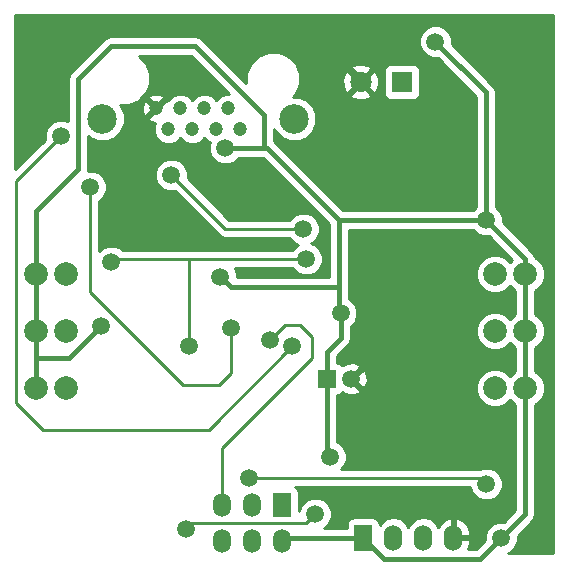
<source format=gbr>
G04 #@! TF.FileFunction,Copper,L2,Bot,Signal*
%FSLAX46Y46*%
G04 Gerber Fmt 4.6, Leading zero omitted, Abs format (unit mm)*
G04 Created by KiCad (PCBNEW 4.0.6) date 02/09/18 11:50:01*
%MOMM*%
%LPD*%
G01*
G04 APERTURE LIST*
%ADD10C,0.100000*%
%ADD11R,1.800000X1.800000*%
%ADD12C,1.800000*%
%ADD13R,1.500000X1.500000*%
%ADD14C,1.500000*%
%ADD15R,1.524000X1.998980*%
%ADD16O,1.524000X1.998980*%
%ADD17R,1.524000X2.199640*%
%ADD18O,1.524000X2.199640*%
%ADD19C,1.198880*%
%ADD20C,2.499360*%
%ADD21C,1.998980*%
%ADD22C,0.400000*%
%ADD23C,0.250000*%
%ADD24C,0.254000*%
G04 APERTURE END LIST*
D10*
D11*
X47470000Y-26416000D03*
D12*
X43970000Y-26416000D03*
D13*
X41164000Y-51562000D03*
D14*
X43164000Y-51562000D03*
D15*
X37338000Y-62235080D03*
D16*
X37338000Y-65272920D03*
X34798000Y-62235080D03*
X34798000Y-65272920D03*
X32258000Y-62235080D03*
X32258000Y-65272920D03*
D17*
X44196000Y-65024000D03*
D18*
X46736000Y-65024000D03*
X49276000Y-65024000D03*
X51816000Y-65024000D03*
D19*
X28704540Y-28646120D03*
X26675080Y-28646120D03*
X27688540Y-30426660D03*
X29718000Y-30426660D03*
X30734000Y-28646120D03*
X31747460Y-30426660D03*
X32763460Y-28646120D03*
X33776920Y-30426660D03*
D20*
X38346380Y-29535120D03*
X22105620Y-29535120D03*
D21*
X55372000Y-47498000D03*
X57912000Y-47498000D03*
X55372000Y-52324000D03*
X57912000Y-52324000D03*
X55372000Y-42672000D03*
X57912000Y-42672000D03*
X19050000Y-47498000D03*
X16510000Y-47498000D03*
X19050000Y-42672000D03*
X16510000Y-42672000D03*
X19050000Y-52324000D03*
X16510000Y-52324000D03*
D14*
X32512000Y-32004000D03*
X41402000Y-58166000D03*
X21971000Y-47117000D03*
X32100000Y-42900000D03*
X42300000Y-46000000D03*
X50300000Y-23000000D03*
X55880000Y-65024000D03*
X54610000Y-38100000D03*
X33528000Y-24638000D03*
X44196000Y-44196000D03*
X31242000Y-39878000D03*
X39370000Y-41402000D03*
X29464000Y-48768000D03*
X22860000Y-41656000D03*
X36322000Y-48260000D03*
X54610000Y-60452000D03*
X34544000Y-59944000D03*
X18600000Y-31000000D03*
X38200000Y-48800000D03*
X40132000Y-62992000D03*
X29210000Y-64262000D03*
X21082000Y-35306000D03*
X33020000Y-47244000D03*
X27940000Y-34290000D03*
X39116000Y-38862000D03*
D22*
X16510000Y-42672000D02*
X16510000Y-37338000D01*
X35814000Y-29210000D02*
X35814000Y-32004000D01*
X29972000Y-23368000D02*
X35814000Y-29210000D01*
X22860000Y-23368000D02*
X29972000Y-23368000D01*
X20066000Y-26162000D02*
X22860000Y-23368000D01*
X20066000Y-33782000D02*
X20066000Y-26162000D01*
X16510000Y-37338000D02*
X20066000Y-33782000D01*
X35814000Y-32004000D02*
X32512000Y-32004000D01*
X36068000Y-32004000D02*
X35814000Y-32004000D01*
X36068000Y-32004000D02*
X42164000Y-38100000D01*
X54610000Y-38100000D02*
X57912000Y-41402000D01*
X57912000Y-41402000D02*
X57912000Y-42672000D01*
X41164000Y-51562000D02*
X41164000Y-57928000D01*
X41164000Y-57928000D02*
X41402000Y-58166000D01*
X16510000Y-49784000D02*
X19304000Y-49784000D01*
X19304000Y-49784000D02*
X21971000Y-47117000D01*
X42300000Y-46000000D02*
X42300000Y-48124000D01*
X41164000Y-49260000D02*
X41164000Y-51562000D01*
X42300000Y-48124000D02*
X41164000Y-49260000D01*
X42164000Y-43800000D02*
X33000000Y-43800000D01*
X32100000Y-42900000D02*
X33000000Y-43800000D01*
X42164000Y-43800000D02*
X42100000Y-43800000D01*
X42100000Y-43800000D02*
X42164000Y-43800000D01*
X42164000Y-45864000D02*
X42164000Y-43800000D01*
X42164000Y-43800000D02*
X42164000Y-41536000D01*
X42300000Y-46000000D02*
X42164000Y-45864000D01*
X54610000Y-27310000D02*
X54610000Y-38100000D01*
X50300000Y-23000000D02*
X54610000Y-27310000D01*
X57912000Y-42672000D02*
X57912000Y-47498000D01*
X57912000Y-47498000D02*
X57912000Y-52324000D01*
X55880000Y-65024000D02*
X57912000Y-62992000D01*
X57912000Y-62992000D02*
X57912000Y-58166000D01*
X57912000Y-58166000D02*
X57912000Y-52324000D01*
X42164000Y-41536000D02*
X42164000Y-38100000D01*
X16510000Y-52324000D02*
X16510000Y-49784000D01*
X16510000Y-49784000D02*
X16510000Y-47498000D01*
X16510000Y-42672000D02*
X16510000Y-47498000D01*
X55880000Y-65024000D02*
X54102000Y-66802000D01*
X54102000Y-66802000D02*
X45974000Y-66802000D01*
X45974000Y-66802000D02*
X44196000Y-65024000D01*
X44196000Y-65024000D02*
X37338000Y-65024000D01*
X37084000Y-65278000D02*
X37338000Y-65024000D01*
X42164000Y-38100000D02*
X54610000Y-38100000D01*
X43970000Y-26416000D02*
X43970000Y-26190000D01*
X43970000Y-26190000D02*
X40386000Y-22606000D01*
X40386000Y-22606000D02*
X35560000Y-22606000D01*
X35560000Y-22606000D02*
X33528000Y-24638000D01*
X44196000Y-50530000D02*
X43164000Y-51562000D01*
X44196000Y-44196000D02*
X44196000Y-50530000D01*
X25654000Y-29667200D02*
X26675080Y-28646120D01*
X25654000Y-34290000D02*
X25654000Y-29667200D01*
X31242000Y-39878000D02*
X25654000Y-34290000D01*
D23*
X39370000Y-41402000D02*
X29464000Y-41402000D01*
X29464000Y-48768000D02*
X29464000Y-41402000D01*
X23114000Y-41402000D02*
X22860000Y-41656000D01*
X29464000Y-41402000D02*
X23114000Y-41402000D01*
X32258000Y-57404000D02*
X32258000Y-62484000D01*
X39878000Y-49784000D02*
X32258000Y-57404000D01*
X39878000Y-48006000D02*
X39878000Y-49784000D01*
X38862000Y-46990000D02*
X39878000Y-48006000D01*
X37592000Y-46990000D02*
X38862000Y-46990000D01*
X36322000Y-48260000D02*
X37592000Y-46990000D01*
X54102000Y-59944000D02*
X54610000Y-60452000D01*
X34544000Y-59944000D02*
X54102000Y-59944000D01*
X14800000Y-34800000D02*
X18600000Y-31000000D01*
X14800000Y-53600000D02*
X14800000Y-34800000D01*
X17100000Y-55900000D02*
X14800000Y-53600000D01*
X31100000Y-55900000D02*
X17100000Y-55900000D01*
X38200000Y-48800000D02*
X31100000Y-55900000D01*
X39370000Y-63754000D02*
X40132000Y-62992000D01*
X29718000Y-63754000D02*
X39370000Y-63754000D01*
X29210000Y-64262000D02*
X29718000Y-63754000D01*
X21082000Y-44196000D02*
X21082000Y-35306000D01*
X28956000Y-52070000D02*
X21082000Y-44196000D01*
X32004000Y-52070000D02*
X28956000Y-52070000D01*
X33020000Y-51054000D02*
X32004000Y-52070000D01*
X33020000Y-47244000D02*
X33020000Y-51054000D01*
X32512000Y-38862000D02*
X27940000Y-34290000D01*
X39116000Y-38862000D02*
X32512000Y-38862000D01*
D24*
G36*
X60290000Y-66290000D02*
X56442869Y-66290000D01*
X56663515Y-66198831D01*
X57053461Y-65809564D01*
X57264759Y-65300702D01*
X57265179Y-64819689D01*
X58502434Y-63582434D01*
X58683439Y-63311541D01*
X58747000Y-62992000D01*
X58747000Y-53747507D01*
X58836655Y-53710462D01*
X59296846Y-53251073D01*
X59546206Y-52650547D01*
X59546774Y-52000306D01*
X59298462Y-51399345D01*
X58839073Y-50939154D01*
X58747000Y-50900922D01*
X58747000Y-48921507D01*
X58836655Y-48884462D01*
X59296846Y-48425073D01*
X59546206Y-47824547D01*
X59546774Y-47174306D01*
X59298462Y-46573345D01*
X58839073Y-46113154D01*
X58747000Y-46074922D01*
X58747000Y-44095507D01*
X58836655Y-44058462D01*
X59296846Y-43599073D01*
X59546206Y-42998547D01*
X59546774Y-42348306D01*
X59298462Y-41747345D01*
X58839073Y-41287154D01*
X58713809Y-41235140D01*
X58683439Y-41082459D01*
X58502434Y-40811566D01*
X55994823Y-38303955D01*
X55995240Y-37825715D01*
X55784831Y-37316485D01*
X55445000Y-36976061D01*
X55445000Y-27310000D01*
X55381439Y-26990459D01*
X55200434Y-26719566D01*
X51684823Y-23203955D01*
X51685240Y-22725715D01*
X51474831Y-22216485D01*
X51085564Y-21826539D01*
X50576702Y-21615241D01*
X50025715Y-21614760D01*
X49516485Y-21825169D01*
X49126539Y-22214436D01*
X48915241Y-22723298D01*
X48914760Y-23274285D01*
X49125169Y-23783515D01*
X49514436Y-24173461D01*
X50023298Y-24384759D01*
X50504311Y-24385179D01*
X53775000Y-27655868D01*
X53775000Y-36976564D01*
X53486061Y-37265000D01*
X42509868Y-37265000D01*
X36658434Y-31413566D01*
X36649000Y-31407262D01*
X36649000Y-30362452D01*
X36747694Y-30601311D01*
X37277401Y-31131942D01*
X37969849Y-31419472D01*
X38719621Y-31420126D01*
X39412571Y-31133806D01*
X39943202Y-30604099D01*
X40230732Y-29911651D01*
X40231386Y-29161879D01*
X39945066Y-28468929D01*
X39415359Y-27938298D01*
X38722911Y-27650768D01*
X38218699Y-27650328D01*
X38373137Y-27496159D01*
X43069446Y-27496159D01*
X43155852Y-27752643D01*
X43729336Y-27962458D01*
X44339460Y-27936839D01*
X44784148Y-27752643D01*
X44870554Y-27496159D01*
X43970000Y-26595605D01*
X43069446Y-27496159D01*
X38373137Y-27496159D01*
X38481166Y-27388319D01*
X38826047Y-26557754D01*
X38826380Y-26175336D01*
X42423542Y-26175336D01*
X42449161Y-26785460D01*
X42633357Y-27230148D01*
X42889841Y-27316554D01*
X43790395Y-26416000D01*
X44149605Y-26416000D01*
X45050159Y-27316554D01*
X45306643Y-27230148D01*
X45516458Y-26656664D01*
X45490839Y-26046540D01*
X45306643Y-25601852D01*
X45051804Y-25516000D01*
X45922560Y-25516000D01*
X45922560Y-27316000D01*
X45966838Y-27551317D01*
X46105910Y-27767441D01*
X46318110Y-27912431D01*
X46570000Y-27963440D01*
X48370000Y-27963440D01*
X48605317Y-27919162D01*
X48821441Y-27780090D01*
X48966431Y-27567890D01*
X49017440Y-27316000D01*
X49017440Y-25516000D01*
X48973162Y-25280683D01*
X48834090Y-25064559D01*
X48621890Y-24919569D01*
X48370000Y-24868560D01*
X46570000Y-24868560D01*
X46334683Y-24912838D01*
X46118559Y-25051910D01*
X45973569Y-25264110D01*
X45922560Y-25516000D01*
X45051804Y-25516000D01*
X45050159Y-25515446D01*
X44149605Y-26416000D01*
X43790395Y-26416000D01*
X42889841Y-25515446D01*
X42633357Y-25601852D01*
X42423542Y-26175336D01*
X38826380Y-26175336D01*
X38826832Y-25658432D01*
X38693541Y-25335841D01*
X43069446Y-25335841D01*
X43970000Y-26236395D01*
X44870554Y-25335841D01*
X44784148Y-25079357D01*
X44210664Y-24869542D01*
X43600540Y-24895161D01*
X43155852Y-25079357D01*
X43069446Y-25335841D01*
X38693541Y-25335841D01*
X38483401Y-24827266D01*
X37848039Y-24190794D01*
X37017474Y-23845913D01*
X36118152Y-23845128D01*
X35286986Y-24188559D01*
X34650514Y-24823921D01*
X34305633Y-25654486D01*
X34304878Y-26520010D01*
X30562434Y-22777566D01*
X30291541Y-22596561D01*
X29972000Y-22533000D01*
X22860000Y-22533000D01*
X22540460Y-22596560D01*
X22269566Y-22777566D01*
X19475566Y-25571566D01*
X19294561Y-25842459D01*
X19231000Y-26162000D01*
X19231000Y-29762358D01*
X18876702Y-29615241D01*
X18325715Y-29614760D01*
X17816485Y-29825169D01*
X17426539Y-30214436D01*
X17215241Y-30723298D01*
X17214760Y-31274285D01*
X17225330Y-31299868D01*
X14710000Y-33815198D01*
X14710000Y-20710000D01*
X60290000Y-20710000D01*
X60290000Y-66290000D01*
X60290000Y-66290000D01*
G37*
X60290000Y-66290000D02*
X56442869Y-66290000D01*
X56663515Y-66198831D01*
X57053461Y-65809564D01*
X57264759Y-65300702D01*
X57265179Y-64819689D01*
X58502434Y-63582434D01*
X58683439Y-63311541D01*
X58747000Y-62992000D01*
X58747000Y-53747507D01*
X58836655Y-53710462D01*
X59296846Y-53251073D01*
X59546206Y-52650547D01*
X59546774Y-52000306D01*
X59298462Y-51399345D01*
X58839073Y-50939154D01*
X58747000Y-50900922D01*
X58747000Y-48921507D01*
X58836655Y-48884462D01*
X59296846Y-48425073D01*
X59546206Y-47824547D01*
X59546774Y-47174306D01*
X59298462Y-46573345D01*
X58839073Y-46113154D01*
X58747000Y-46074922D01*
X58747000Y-44095507D01*
X58836655Y-44058462D01*
X59296846Y-43599073D01*
X59546206Y-42998547D01*
X59546774Y-42348306D01*
X59298462Y-41747345D01*
X58839073Y-41287154D01*
X58713809Y-41235140D01*
X58683439Y-41082459D01*
X58502434Y-40811566D01*
X55994823Y-38303955D01*
X55995240Y-37825715D01*
X55784831Y-37316485D01*
X55445000Y-36976061D01*
X55445000Y-27310000D01*
X55381439Y-26990459D01*
X55200434Y-26719566D01*
X51684823Y-23203955D01*
X51685240Y-22725715D01*
X51474831Y-22216485D01*
X51085564Y-21826539D01*
X50576702Y-21615241D01*
X50025715Y-21614760D01*
X49516485Y-21825169D01*
X49126539Y-22214436D01*
X48915241Y-22723298D01*
X48914760Y-23274285D01*
X49125169Y-23783515D01*
X49514436Y-24173461D01*
X50023298Y-24384759D01*
X50504311Y-24385179D01*
X53775000Y-27655868D01*
X53775000Y-36976564D01*
X53486061Y-37265000D01*
X42509868Y-37265000D01*
X36658434Y-31413566D01*
X36649000Y-31407262D01*
X36649000Y-30362452D01*
X36747694Y-30601311D01*
X37277401Y-31131942D01*
X37969849Y-31419472D01*
X38719621Y-31420126D01*
X39412571Y-31133806D01*
X39943202Y-30604099D01*
X40230732Y-29911651D01*
X40231386Y-29161879D01*
X39945066Y-28468929D01*
X39415359Y-27938298D01*
X38722911Y-27650768D01*
X38218699Y-27650328D01*
X38373137Y-27496159D01*
X43069446Y-27496159D01*
X43155852Y-27752643D01*
X43729336Y-27962458D01*
X44339460Y-27936839D01*
X44784148Y-27752643D01*
X44870554Y-27496159D01*
X43970000Y-26595605D01*
X43069446Y-27496159D01*
X38373137Y-27496159D01*
X38481166Y-27388319D01*
X38826047Y-26557754D01*
X38826380Y-26175336D01*
X42423542Y-26175336D01*
X42449161Y-26785460D01*
X42633357Y-27230148D01*
X42889841Y-27316554D01*
X43790395Y-26416000D01*
X44149605Y-26416000D01*
X45050159Y-27316554D01*
X45306643Y-27230148D01*
X45516458Y-26656664D01*
X45490839Y-26046540D01*
X45306643Y-25601852D01*
X45051804Y-25516000D01*
X45922560Y-25516000D01*
X45922560Y-27316000D01*
X45966838Y-27551317D01*
X46105910Y-27767441D01*
X46318110Y-27912431D01*
X46570000Y-27963440D01*
X48370000Y-27963440D01*
X48605317Y-27919162D01*
X48821441Y-27780090D01*
X48966431Y-27567890D01*
X49017440Y-27316000D01*
X49017440Y-25516000D01*
X48973162Y-25280683D01*
X48834090Y-25064559D01*
X48621890Y-24919569D01*
X48370000Y-24868560D01*
X46570000Y-24868560D01*
X46334683Y-24912838D01*
X46118559Y-25051910D01*
X45973569Y-25264110D01*
X45922560Y-25516000D01*
X45051804Y-25516000D01*
X45050159Y-25515446D01*
X44149605Y-26416000D01*
X43790395Y-26416000D01*
X42889841Y-25515446D01*
X42633357Y-25601852D01*
X42423542Y-26175336D01*
X38826380Y-26175336D01*
X38826832Y-25658432D01*
X38693541Y-25335841D01*
X43069446Y-25335841D01*
X43970000Y-26236395D01*
X44870554Y-25335841D01*
X44784148Y-25079357D01*
X44210664Y-24869542D01*
X43600540Y-24895161D01*
X43155852Y-25079357D01*
X43069446Y-25335841D01*
X38693541Y-25335841D01*
X38483401Y-24827266D01*
X37848039Y-24190794D01*
X37017474Y-23845913D01*
X36118152Y-23845128D01*
X35286986Y-24188559D01*
X34650514Y-24823921D01*
X34305633Y-25654486D01*
X34304878Y-26520010D01*
X30562434Y-22777566D01*
X30291541Y-22596561D01*
X29972000Y-22533000D01*
X22860000Y-22533000D01*
X22540460Y-22596560D01*
X22269566Y-22777566D01*
X19475566Y-25571566D01*
X19294561Y-25842459D01*
X19231000Y-26162000D01*
X19231000Y-29762358D01*
X18876702Y-29615241D01*
X18325715Y-29614760D01*
X17816485Y-29825169D01*
X17426539Y-30214436D01*
X17215241Y-30723298D01*
X17214760Y-31274285D01*
X17225330Y-31299868D01*
X14710000Y-33815198D01*
X14710000Y-20710000D01*
X60290000Y-20710000D01*
X60290000Y-66290000D01*
G36*
X53824436Y-39273461D02*
X54333298Y-39484759D01*
X54814311Y-39485179D01*
X56800845Y-41471713D01*
X56641801Y-41630480D01*
X56299073Y-41287154D01*
X55698547Y-41037794D01*
X55048306Y-41037226D01*
X54447345Y-41285538D01*
X53987154Y-41744927D01*
X53737794Y-42345453D01*
X53737226Y-42995694D01*
X53985538Y-43596655D01*
X54444927Y-44056846D01*
X55045453Y-44306206D01*
X55695694Y-44306774D01*
X56296655Y-44058462D01*
X56642199Y-43713520D01*
X56984927Y-44056846D01*
X57077000Y-44095078D01*
X57077000Y-46074493D01*
X56987345Y-46111538D01*
X56641801Y-46456480D01*
X56299073Y-46113154D01*
X55698547Y-45863794D01*
X55048306Y-45863226D01*
X54447345Y-46111538D01*
X53987154Y-46570927D01*
X53737794Y-47171453D01*
X53737226Y-47821694D01*
X53985538Y-48422655D01*
X54444927Y-48882846D01*
X55045453Y-49132206D01*
X55695694Y-49132774D01*
X56296655Y-48884462D01*
X56642199Y-48539520D01*
X56984927Y-48882846D01*
X57077000Y-48921078D01*
X57077000Y-50900493D01*
X56987345Y-50937538D01*
X56641801Y-51282480D01*
X56299073Y-50939154D01*
X55698547Y-50689794D01*
X55048306Y-50689226D01*
X54447345Y-50937538D01*
X53987154Y-51396927D01*
X53737794Y-51997453D01*
X53737226Y-52647694D01*
X53985538Y-53248655D01*
X54444927Y-53708846D01*
X55045453Y-53958206D01*
X55695694Y-53958774D01*
X56296655Y-53710462D01*
X56642199Y-53365520D01*
X56984927Y-53708846D01*
X57077000Y-53747078D01*
X57077000Y-62646132D01*
X56083955Y-63639177D01*
X55605715Y-63638760D01*
X55096485Y-63849169D01*
X54706539Y-64238436D01*
X54495241Y-64747298D01*
X54494821Y-65228311D01*
X53756132Y-65967000D01*
X53071861Y-65967000D01*
X53213000Y-65488820D01*
X53213000Y-65151000D01*
X51943000Y-65151000D01*
X51943000Y-65171000D01*
X51689000Y-65171000D01*
X51689000Y-65151000D01*
X51669000Y-65151000D01*
X51669000Y-64897000D01*
X51689000Y-64897000D01*
X51689000Y-63454460D01*
X51943000Y-63454460D01*
X51943000Y-64897000D01*
X53213000Y-64897000D01*
X53213000Y-64559180D01*
X53058059Y-64034239D01*
X52714026Y-63608550D01*
X52233277Y-63346920D01*
X52159070Y-63331960D01*
X51943000Y-63454460D01*
X51689000Y-63454460D01*
X51472930Y-63331960D01*
X51398723Y-63346920D01*
X50917974Y-63608550D01*
X50573941Y-64034239D01*
X50554647Y-64099606D01*
X50263828Y-63664365D01*
X49810609Y-63361533D01*
X49276000Y-63255193D01*
X48741391Y-63361533D01*
X48288172Y-63664365D01*
X48006000Y-64086664D01*
X47723828Y-63664365D01*
X47270609Y-63361533D01*
X46736000Y-63255193D01*
X46201391Y-63361533D01*
X45748172Y-63664365D01*
X45598657Y-63888130D01*
X45561162Y-63688863D01*
X45422090Y-63472739D01*
X45209890Y-63327749D01*
X44958000Y-63276740D01*
X43434000Y-63276740D01*
X43198683Y-63321018D01*
X42982559Y-63460090D01*
X42837569Y-63672290D01*
X42786560Y-63924180D01*
X42786560Y-64189000D01*
X40861862Y-64189000D01*
X40915515Y-64166831D01*
X41305461Y-63777564D01*
X41516759Y-63268702D01*
X41517240Y-62717715D01*
X41306831Y-62208485D01*
X40917564Y-61818539D01*
X40408702Y-61607241D01*
X39857715Y-61606760D01*
X39348485Y-61817169D01*
X38958539Y-62206436D01*
X38747440Y-62714819D01*
X38747440Y-61235590D01*
X38703162Y-61000273D01*
X38564090Y-60784149D01*
X38446788Y-60704000D01*
X53224779Y-60704000D01*
X53224760Y-60726285D01*
X53435169Y-61235515D01*
X53824436Y-61625461D01*
X54333298Y-61836759D01*
X54884285Y-61837240D01*
X55393515Y-61626831D01*
X55783461Y-61237564D01*
X55994759Y-60728702D01*
X55995240Y-60177715D01*
X55784831Y-59668485D01*
X55395564Y-59278539D01*
X54886702Y-59067241D01*
X54335715Y-59066760D01*
X54051972Y-59184000D01*
X42342620Y-59184000D01*
X42575461Y-58951564D01*
X42786759Y-58442702D01*
X42787240Y-57891715D01*
X42576831Y-57382485D01*
X42187564Y-56992539D01*
X41999000Y-56914240D01*
X41999000Y-52943446D01*
X42149317Y-52915162D01*
X42365441Y-52776090D01*
X42418588Y-52698307D01*
X42440077Y-52774460D01*
X42959171Y-52959201D01*
X43509448Y-52931230D01*
X43887923Y-52774460D01*
X43955912Y-52533517D01*
X43164000Y-51741605D01*
X43149858Y-51755748D01*
X42970253Y-51576143D01*
X42984395Y-51562000D01*
X43343605Y-51562000D01*
X44135517Y-52353912D01*
X44376460Y-52285923D01*
X44561201Y-51766829D01*
X44533230Y-51216552D01*
X44376460Y-50838077D01*
X44135517Y-50770088D01*
X43343605Y-51562000D01*
X42984395Y-51562000D01*
X42970253Y-51547858D01*
X43149858Y-51368253D01*
X43164000Y-51382395D01*
X43955912Y-50590483D01*
X43887923Y-50349540D01*
X43368829Y-50164799D01*
X42818552Y-50192770D01*
X42440077Y-50349540D01*
X42419019Y-50424165D01*
X42378090Y-50360559D01*
X42165890Y-50215569D01*
X41999000Y-50181773D01*
X41999000Y-49605868D01*
X42890434Y-48714434D01*
X43071440Y-48443540D01*
X43135000Y-48124000D01*
X43135000Y-47123436D01*
X43473461Y-46785564D01*
X43684759Y-46276702D01*
X43685240Y-45725715D01*
X43474831Y-45216485D01*
X43085564Y-44826539D01*
X42999000Y-44790594D01*
X42999000Y-38935000D01*
X53486564Y-38935000D01*
X53824436Y-39273461D01*
X53824436Y-39273461D01*
G37*
X53824436Y-39273461D02*
X54333298Y-39484759D01*
X54814311Y-39485179D01*
X56800845Y-41471713D01*
X56641801Y-41630480D01*
X56299073Y-41287154D01*
X55698547Y-41037794D01*
X55048306Y-41037226D01*
X54447345Y-41285538D01*
X53987154Y-41744927D01*
X53737794Y-42345453D01*
X53737226Y-42995694D01*
X53985538Y-43596655D01*
X54444927Y-44056846D01*
X55045453Y-44306206D01*
X55695694Y-44306774D01*
X56296655Y-44058462D01*
X56642199Y-43713520D01*
X56984927Y-44056846D01*
X57077000Y-44095078D01*
X57077000Y-46074493D01*
X56987345Y-46111538D01*
X56641801Y-46456480D01*
X56299073Y-46113154D01*
X55698547Y-45863794D01*
X55048306Y-45863226D01*
X54447345Y-46111538D01*
X53987154Y-46570927D01*
X53737794Y-47171453D01*
X53737226Y-47821694D01*
X53985538Y-48422655D01*
X54444927Y-48882846D01*
X55045453Y-49132206D01*
X55695694Y-49132774D01*
X56296655Y-48884462D01*
X56642199Y-48539520D01*
X56984927Y-48882846D01*
X57077000Y-48921078D01*
X57077000Y-50900493D01*
X56987345Y-50937538D01*
X56641801Y-51282480D01*
X56299073Y-50939154D01*
X55698547Y-50689794D01*
X55048306Y-50689226D01*
X54447345Y-50937538D01*
X53987154Y-51396927D01*
X53737794Y-51997453D01*
X53737226Y-52647694D01*
X53985538Y-53248655D01*
X54444927Y-53708846D01*
X55045453Y-53958206D01*
X55695694Y-53958774D01*
X56296655Y-53710462D01*
X56642199Y-53365520D01*
X56984927Y-53708846D01*
X57077000Y-53747078D01*
X57077000Y-62646132D01*
X56083955Y-63639177D01*
X55605715Y-63638760D01*
X55096485Y-63849169D01*
X54706539Y-64238436D01*
X54495241Y-64747298D01*
X54494821Y-65228311D01*
X53756132Y-65967000D01*
X53071861Y-65967000D01*
X53213000Y-65488820D01*
X53213000Y-65151000D01*
X51943000Y-65151000D01*
X51943000Y-65171000D01*
X51689000Y-65171000D01*
X51689000Y-65151000D01*
X51669000Y-65151000D01*
X51669000Y-64897000D01*
X51689000Y-64897000D01*
X51689000Y-63454460D01*
X51943000Y-63454460D01*
X51943000Y-64897000D01*
X53213000Y-64897000D01*
X53213000Y-64559180D01*
X53058059Y-64034239D01*
X52714026Y-63608550D01*
X52233277Y-63346920D01*
X52159070Y-63331960D01*
X51943000Y-63454460D01*
X51689000Y-63454460D01*
X51472930Y-63331960D01*
X51398723Y-63346920D01*
X50917974Y-63608550D01*
X50573941Y-64034239D01*
X50554647Y-64099606D01*
X50263828Y-63664365D01*
X49810609Y-63361533D01*
X49276000Y-63255193D01*
X48741391Y-63361533D01*
X48288172Y-63664365D01*
X48006000Y-64086664D01*
X47723828Y-63664365D01*
X47270609Y-63361533D01*
X46736000Y-63255193D01*
X46201391Y-63361533D01*
X45748172Y-63664365D01*
X45598657Y-63888130D01*
X45561162Y-63688863D01*
X45422090Y-63472739D01*
X45209890Y-63327749D01*
X44958000Y-63276740D01*
X43434000Y-63276740D01*
X43198683Y-63321018D01*
X42982559Y-63460090D01*
X42837569Y-63672290D01*
X42786560Y-63924180D01*
X42786560Y-64189000D01*
X40861862Y-64189000D01*
X40915515Y-64166831D01*
X41305461Y-63777564D01*
X41516759Y-63268702D01*
X41517240Y-62717715D01*
X41306831Y-62208485D01*
X40917564Y-61818539D01*
X40408702Y-61607241D01*
X39857715Y-61606760D01*
X39348485Y-61817169D01*
X38958539Y-62206436D01*
X38747440Y-62714819D01*
X38747440Y-61235590D01*
X38703162Y-61000273D01*
X38564090Y-60784149D01*
X38446788Y-60704000D01*
X53224779Y-60704000D01*
X53224760Y-60726285D01*
X53435169Y-61235515D01*
X53824436Y-61625461D01*
X54333298Y-61836759D01*
X54884285Y-61837240D01*
X55393515Y-61626831D01*
X55783461Y-61237564D01*
X55994759Y-60728702D01*
X55995240Y-60177715D01*
X55784831Y-59668485D01*
X55395564Y-59278539D01*
X54886702Y-59067241D01*
X54335715Y-59066760D01*
X54051972Y-59184000D01*
X42342620Y-59184000D01*
X42575461Y-58951564D01*
X42786759Y-58442702D01*
X42787240Y-57891715D01*
X42576831Y-57382485D01*
X42187564Y-56992539D01*
X41999000Y-56914240D01*
X41999000Y-52943446D01*
X42149317Y-52915162D01*
X42365441Y-52776090D01*
X42418588Y-52698307D01*
X42440077Y-52774460D01*
X42959171Y-52959201D01*
X43509448Y-52931230D01*
X43887923Y-52774460D01*
X43955912Y-52533517D01*
X43164000Y-51741605D01*
X43149858Y-51755748D01*
X42970253Y-51576143D01*
X42984395Y-51562000D01*
X43343605Y-51562000D01*
X44135517Y-52353912D01*
X44376460Y-52285923D01*
X44561201Y-51766829D01*
X44533230Y-51216552D01*
X44376460Y-50838077D01*
X44135517Y-50770088D01*
X43343605Y-51562000D01*
X42984395Y-51562000D01*
X42970253Y-51547858D01*
X43149858Y-51368253D01*
X43164000Y-51382395D01*
X43955912Y-50590483D01*
X43887923Y-50349540D01*
X43368829Y-50164799D01*
X42818552Y-50192770D01*
X42440077Y-50349540D01*
X42419019Y-50424165D01*
X42378090Y-50360559D01*
X42165890Y-50215569D01*
X41999000Y-50181773D01*
X41999000Y-49605868D01*
X42890434Y-48714434D01*
X43071440Y-48443540D01*
X43135000Y-48124000D01*
X43135000Y-47123436D01*
X43473461Y-46785564D01*
X43684759Y-46276702D01*
X43685240Y-45725715D01*
X43474831Y-45216485D01*
X43085564Y-44826539D01*
X42999000Y-44790594D01*
X42999000Y-38935000D01*
X53486564Y-38935000D01*
X53824436Y-39273461D01*
G36*
X32834874Y-27411742D02*
X32518992Y-27411466D01*
X32065119Y-27599003D01*
X31748482Y-27915087D01*
X31434167Y-27600223D01*
X30980623Y-27411895D01*
X30489532Y-27411466D01*
X30035659Y-27599003D01*
X29719022Y-27915087D01*
X29404707Y-27600223D01*
X28951163Y-27411895D01*
X28460072Y-27411466D01*
X28006199Y-27599003D01*
X27658643Y-27945953D01*
X27641882Y-27986317D01*
X27537409Y-27963396D01*
X26854685Y-28646120D01*
X26868828Y-28660263D01*
X26689223Y-28839868D01*
X26675080Y-28825725D01*
X25992356Y-29508449D01*
X26041801Y-29733820D01*
X26506251Y-29893369D01*
X26575120Y-29889107D01*
X26454315Y-30180037D01*
X26453886Y-30671128D01*
X26641423Y-31125001D01*
X26988373Y-31472557D01*
X27441917Y-31660885D01*
X27933008Y-31661314D01*
X28386881Y-31473777D01*
X28703518Y-31157693D01*
X29017833Y-31472557D01*
X29471377Y-31660885D01*
X29962468Y-31661314D01*
X30416341Y-31473777D01*
X30732978Y-31157693D01*
X31047293Y-31472557D01*
X31205705Y-31538335D01*
X31127241Y-31727298D01*
X31126760Y-32278285D01*
X31337169Y-32787515D01*
X31726436Y-33177461D01*
X32235298Y-33388759D01*
X32786285Y-33389240D01*
X33295515Y-33178831D01*
X33635939Y-32839000D01*
X35722132Y-32839000D01*
X41329000Y-38445868D01*
X41329000Y-42965000D01*
X33484944Y-42965000D01*
X33485240Y-42625715D01*
X33293637Y-42162000D01*
X38185453Y-42162000D01*
X38195169Y-42185515D01*
X38584436Y-42575461D01*
X39093298Y-42786759D01*
X39644285Y-42787240D01*
X40153515Y-42576831D01*
X40543461Y-42187564D01*
X40754759Y-41678702D01*
X40755240Y-41127715D01*
X40544831Y-40618485D01*
X40155564Y-40228539D01*
X39796444Y-40079419D01*
X39899515Y-40036831D01*
X40289461Y-39647564D01*
X40500759Y-39138702D01*
X40501240Y-38587715D01*
X40290831Y-38078485D01*
X39901564Y-37688539D01*
X39392702Y-37477241D01*
X38841715Y-37476760D01*
X38332485Y-37687169D01*
X37942539Y-38076436D01*
X37931924Y-38102000D01*
X32826802Y-38102000D01*
X29315002Y-34590200D01*
X29324759Y-34566702D01*
X29325240Y-34015715D01*
X29114831Y-33506485D01*
X28725564Y-33116539D01*
X28216702Y-32905241D01*
X27665715Y-32904760D01*
X27156485Y-33115169D01*
X26766539Y-33504436D01*
X26555241Y-34013298D01*
X26554760Y-34564285D01*
X26765169Y-35073515D01*
X27154436Y-35463461D01*
X27663298Y-35674759D01*
X28214285Y-35675240D01*
X28239868Y-35664670D01*
X31974599Y-39399401D01*
X32221160Y-39564148D01*
X32269414Y-39573746D01*
X32512000Y-39622000D01*
X37931453Y-39622000D01*
X37941169Y-39645515D01*
X38330436Y-40035461D01*
X38689556Y-40184581D01*
X38586485Y-40227169D01*
X38196539Y-40616436D01*
X38185924Y-40642000D01*
X23804747Y-40642000D01*
X23645564Y-40482539D01*
X23136702Y-40271241D01*
X22585715Y-40270760D01*
X22076485Y-40481169D01*
X21842000Y-40715246D01*
X21842000Y-36490547D01*
X21865515Y-36480831D01*
X22255461Y-36091564D01*
X22466759Y-35582702D01*
X22467240Y-35031715D01*
X22256831Y-34522485D01*
X21867564Y-34132539D01*
X21358702Y-33921241D01*
X20873387Y-33920817D01*
X20901000Y-33782000D01*
X20901000Y-30996064D01*
X21036641Y-31131942D01*
X21729089Y-31419472D01*
X22478861Y-31420126D01*
X23171811Y-31133806D01*
X23702442Y-30604099D01*
X23989972Y-29911651D01*
X23990626Y-29161879D01*
X23707762Y-28477291D01*
X25427831Y-28477291D01*
X25458164Y-28967444D01*
X25587380Y-29279399D01*
X25812751Y-29328844D01*
X26495475Y-28646120D01*
X25812751Y-27963396D01*
X25587380Y-28012841D01*
X25427831Y-28477291D01*
X23707762Y-28477291D01*
X23704306Y-28468929D01*
X23602029Y-28366473D01*
X24333848Y-28367112D01*
X25165014Y-28023681D01*
X25405323Y-27783791D01*
X25992356Y-27783791D01*
X26675080Y-28466515D01*
X27357804Y-27783791D01*
X27308359Y-27558420D01*
X26843909Y-27398871D01*
X26353756Y-27429204D01*
X26041801Y-27558420D01*
X25992356Y-27783791D01*
X25405323Y-27783791D01*
X25801486Y-27388319D01*
X26146367Y-26557754D01*
X26147152Y-25658432D01*
X25803721Y-24827266D01*
X25180544Y-24203000D01*
X29626132Y-24203000D01*
X32834874Y-27411742D01*
X32834874Y-27411742D01*
G37*
X32834874Y-27411742D02*
X32518992Y-27411466D01*
X32065119Y-27599003D01*
X31748482Y-27915087D01*
X31434167Y-27600223D01*
X30980623Y-27411895D01*
X30489532Y-27411466D01*
X30035659Y-27599003D01*
X29719022Y-27915087D01*
X29404707Y-27600223D01*
X28951163Y-27411895D01*
X28460072Y-27411466D01*
X28006199Y-27599003D01*
X27658643Y-27945953D01*
X27641882Y-27986317D01*
X27537409Y-27963396D01*
X26854685Y-28646120D01*
X26868828Y-28660263D01*
X26689223Y-28839868D01*
X26675080Y-28825725D01*
X25992356Y-29508449D01*
X26041801Y-29733820D01*
X26506251Y-29893369D01*
X26575120Y-29889107D01*
X26454315Y-30180037D01*
X26453886Y-30671128D01*
X26641423Y-31125001D01*
X26988373Y-31472557D01*
X27441917Y-31660885D01*
X27933008Y-31661314D01*
X28386881Y-31473777D01*
X28703518Y-31157693D01*
X29017833Y-31472557D01*
X29471377Y-31660885D01*
X29962468Y-31661314D01*
X30416341Y-31473777D01*
X30732978Y-31157693D01*
X31047293Y-31472557D01*
X31205705Y-31538335D01*
X31127241Y-31727298D01*
X31126760Y-32278285D01*
X31337169Y-32787515D01*
X31726436Y-33177461D01*
X32235298Y-33388759D01*
X32786285Y-33389240D01*
X33295515Y-33178831D01*
X33635939Y-32839000D01*
X35722132Y-32839000D01*
X41329000Y-38445868D01*
X41329000Y-42965000D01*
X33484944Y-42965000D01*
X33485240Y-42625715D01*
X33293637Y-42162000D01*
X38185453Y-42162000D01*
X38195169Y-42185515D01*
X38584436Y-42575461D01*
X39093298Y-42786759D01*
X39644285Y-42787240D01*
X40153515Y-42576831D01*
X40543461Y-42187564D01*
X40754759Y-41678702D01*
X40755240Y-41127715D01*
X40544831Y-40618485D01*
X40155564Y-40228539D01*
X39796444Y-40079419D01*
X39899515Y-40036831D01*
X40289461Y-39647564D01*
X40500759Y-39138702D01*
X40501240Y-38587715D01*
X40290831Y-38078485D01*
X39901564Y-37688539D01*
X39392702Y-37477241D01*
X38841715Y-37476760D01*
X38332485Y-37687169D01*
X37942539Y-38076436D01*
X37931924Y-38102000D01*
X32826802Y-38102000D01*
X29315002Y-34590200D01*
X29324759Y-34566702D01*
X29325240Y-34015715D01*
X29114831Y-33506485D01*
X28725564Y-33116539D01*
X28216702Y-32905241D01*
X27665715Y-32904760D01*
X27156485Y-33115169D01*
X26766539Y-33504436D01*
X26555241Y-34013298D01*
X26554760Y-34564285D01*
X26765169Y-35073515D01*
X27154436Y-35463461D01*
X27663298Y-35674759D01*
X28214285Y-35675240D01*
X28239868Y-35664670D01*
X31974599Y-39399401D01*
X32221160Y-39564148D01*
X32269414Y-39573746D01*
X32512000Y-39622000D01*
X37931453Y-39622000D01*
X37941169Y-39645515D01*
X38330436Y-40035461D01*
X38689556Y-40184581D01*
X38586485Y-40227169D01*
X38196539Y-40616436D01*
X38185924Y-40642000D01*
X23804747Y-40642000D01*
X23645564Y-40482539D01*
X23136702Y-40271241D01*
X22585715Y-40270760D01*
X22076485Y-40481169D01*
X21842000Y-40715246D01*
X21842000Y-36490547D01*
X21865515Y-36480831D01*
X22255461Y-36091564D01*
X22466759Y-35582702D01*
X22467240Y-35031715D01*
X22256831Y-34522485D01*
X21867564Y-34132539D01*
X21358702Y-33921241D01*
X20873387Y-33920817D01*
X20901000Y-33782000D01*
X20901000Y-30996064D01*
X21036641Y-31131942D01*
X21729089Y-31419472D01*
X22478861Y-31420126D01*
X23171811Y-31133806D01*
X23702442Y-30604099D01*
X23989972Y-29911651D01*
X23990626Y-29161879D01*
X23707762Y-28477291D01*
X25427831Y-28477291D01*
X25458164Y-28967444D01*
X25587380Y-29279399D01*
X25812751Y-29328844D01*
X26495475Y-28646120D01*
X25812751Y-27963396D01*
X25587380Y-28012841D01*
X25427831Y-28477291D01*
X23707762Y-28477291D01*
X23704306Y-28468929D01*
X23602029Y-28366473D01*
X24333848Y-28367112D01*
X25165014Y-28023681D01*
X25405323Y-27783791D01*
X25992356Y-27783791D01*
X26675080Y-28466515D01*
X27357804Y-27783791D01*
X27308359Y-27558420D01*
X26843909Y-27398871D01*
X26353756Y-27429204D01*
X26041801Y-27558420D01*
X25992356Y-27783791D01*
X25405323Y-27783791D01*
X25801486Y-27388319D01*
X26146367Y-26557754D01*
X26147152Y-25658432D01*
X25803721Y-24827266D01*
X25180544Y-24203000D01*
X29626132Y-24203000D01*
X32834874Y-27411742D01*
M02*

</source>
